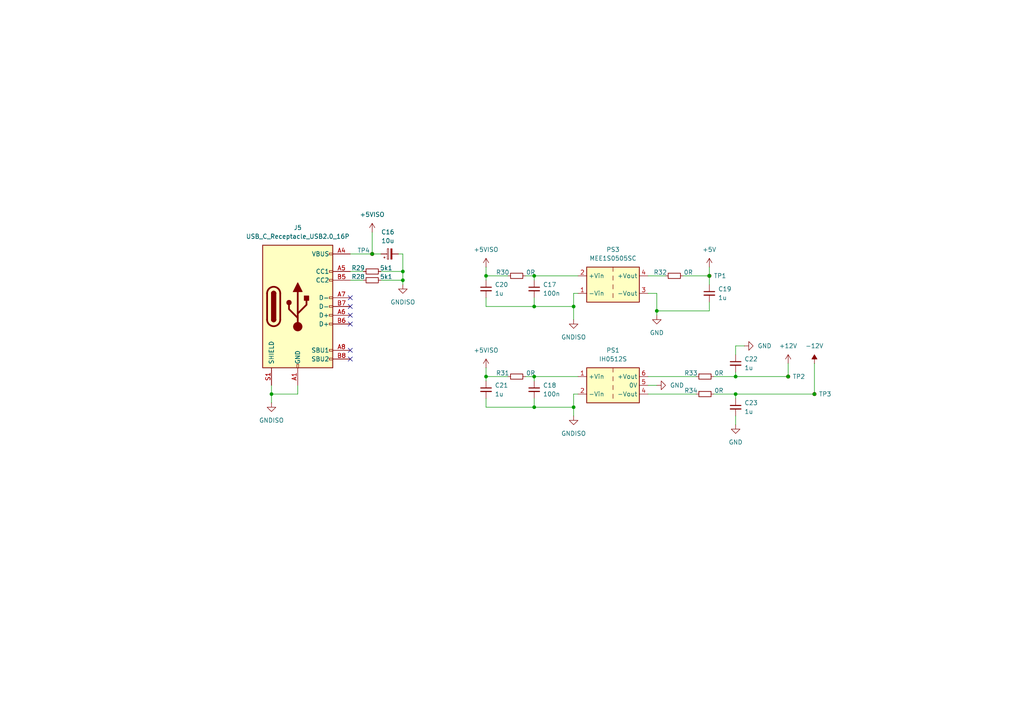
<source format=kicad_sch>
(kicad_sch (version 20231120) (generator "eeschema") (generator_version "8.0")
  (paper "A4")
  (lib_symbols
    (symbol "Connector:TestPoint_Small" (pin_numbers hide) (pin_names (offset 0.762) hide)
      (property "Reference" "TP" (at 0 3.81 0))
      (property "Value" "TestPoint_Small" (at 0 2.032 0))
      (symbol "TestPoint_Small_0_1"
        (circle (center 0 0) (radius 0.508))
      )
      (symbol "TestPoint_Small_1_1"
        (pin passive line (at 0 0 90) (length 0) (name "1") (number "1"))
      )
    )
    (symbol "Connector:USB_C_Receptacle_USB2.0_16P" (pin_names (offset 1.016))
      (property "Reference" "J" (at 0 22.225 0))
      (property "Value" "USB_C_Receptacle_USB2.0_16P" (at 0 19.685 0))
      (symbol "USB_C_Receptacle_USB2.0_16P_0_0"
        (rectangle (start -0.254 -17.78) (end 0.254 -16.764))
        (rectangle (start 10.16 -14.986) (end 9.144 -15.494))
        (rectangle (start 10.16 -12.446) (end 9.144 -12.954))
        (rectangle (start 10.16 -4.826) (end 9.144 -5.334))
        (rectangle (start 10.16 -2.286) (end 9.144 -2.794))
        (rectangle (start 10.16 0.254) (end 9.144 -0.254))
        (rectangle (start 10.16 2.794) (end 9.144 2.286))
        (rectangle (start 10.16 7.874) (end 9.144 7.366))
        (rectangle (start 10.16 10.414) (end 9.144 9.906))
        (rectangle (start 10.16 15.494) (end 9.144 14.986))
      )
      (symbol "USB_C_Receptacle_USB2.0_16P_0_1"
        (rectangle (start -10.16 17.78) (end 10.16 -17.78) (stroke (width 0.254)) (fill (type background)))
        (arc (start -8.89 -3.81) (mid -6.985 -5.7067) (end -5.08 -3.81) (stroke (width 0.508)))
        (arc (start -7.62 -3.81) (mid -6.985 -4.4423) (end -6.35 -3.81) (stroke (width 0.254)))
        (arc (start -7.62 -3.81) (mid -6.985 -4.4423) (end -6.35 -3.81) (stroke (width 0.254)) (fill (type outline)))
        (rectangle (start -7.62 -3.81) (end -6.35 3.81) (stroke (width 0.254)) (fill (type outline)))
        (arc (start -6.35 3.81) (mid -6.985 4.4423) (end -7.62 3.81) (stroke (width 0.254)))
        (arc (start -6.35 3.81) (mid -6.985 4.4423) (end -7.62 3.81) (stroke (width 0.254)) (fill (type outline)))
        (arc (start -5.08 3.81) (mid -6.985 5.7067) (end -8.89 3.81) (stroke (width 0.508)))
        (circle (center -2.54 1.143) (radius 0.635) (stroke (width 0.254)) (fill (type outline)))
        (circle (center 0 -5.842) (radius 1.27) (fill (type outline)))
        (polyline (pts (xy -8.89 -3.81) (xy -8.89 3.81)) (stroke (width 0.508)))
        (polyline (pts (xy -5.08 3.81) (xy -5.08 -3.81)) (stroke (width 0.508)))
        (polyline (pts (xy 0 -5.842) (xy 0 4.318)) (stroke (width 0.508)))
        (polyline (pts (xy 0 -3.302) (xy -2.54 -0.762) (xy -2.54 0.508)) (stroke (width 0.508)))
        (polyline (pts (xy 0 -2.032) (xy 2.54 0.508) (xy 2.54 1.778)) (stroke (width 0.508)))
        (polyline (pts (xy -1.27 4.318) (xy 0 6.858) (xy 1.27 4.318) (xy -1.27 4.318)) (stroke (width 0.254)) (fill (type outline)))
        (rectangle (start 1.905 1.778) (end 3.175 3.048) (stroke (width 0.254)) (fill (type outline)))
      )
      (symbol "USB_C_Receptacle_USB2.0_16P_1_1"
        (pin passive line (at 0 -22.86 90) (length 5.08) (name "GND") (number "A1"))
        (pin passive line (at 0 -22.86 90) (length 5.08) hide (name "GND") (number "A12"))
        (pin passive line (at 15.24 15.24 180) (length 5.08) (name "VBUS") (number "A4"))
        (pin bidirectional line (at 15.24 10.16 180) (length 5.08) (name "CC1") (number "A5"))
        (pin bidirectional line (at 15.24 -2.54 180) (length 5.08) (name "D+") (number "A6"))
        (pin bidirectional line (at 15.24 2.54 180) (length 5.08) (name "D-") (number "A7"))
        (pin bidirectional line (at 15.24 -12.7 180) (length 5.08) (name "SBU1") (number "A8"))
        (pin passive line (at 15.24 15.24 180) (length 5.08) hide (name "VBUS") (number "A9"))
        (pin passive line (at 0 -22.86 90) (length 5.08) hide (name "GND") (number "B1"))
        (pin passive line (at 0 -22.86 90) (length 5.08) hide (name "GND") (number "B12"))
        (pin passive line (at 15.24 15.24 180) (length 5.08) hide (name "VBUS") (number "B4"))
        (pin bidirectional line (at 15.24 7.62 180) (length 5.08) (name "CC2") (number "B5"))
        (pin bidirectional line (at 15.24 -5.08 180) (length 5.08) (name "D+") (number "B6"))
        (pin bidirectional line (at 15.24 0 180) (length 5.08) (name "D-") (number "B7"))
        (pin bidirectional line (at 15.24 -15.24 180) (length 5.08) (name "SBU2") (number "B8"))
        (pin passive line (at 15.24 15.24 180) (length 5.08) hide (name "VBUS") (number "B9"))
        (pin passive line (at -7.62 -22.86 90) (length 5.08) (name "SHIELD") (number "S1"))
      )
    )
    (symbol "Converter_DCDC:IH0512S"
      (property "Reference" "PS" (at -7.62 6.35 0))
      (property "Value" "IH0512S" (at 1.27 6.35 0))
      (symbol "IH0512S_0_0"
        (pin power_in line (at -10.16 2.54 0) (length 2.54) (name "+Vin") (number "1"))
        (pin power_in line (at -10.16 -2.54 0) (length 2.54) (name "-Vin") (number "2"))
        (pin power_out line (at 10.16 -2.54 180) (length 2.54) (name "-Vout") (number "4"))
        (pin power_out line (at 10.16 0 180) (length 2.54) (name "0V") (number "5"))
        (pin power_out line (at 10.16 2.54 180) (length 2.54) (name "+Vout") (number "6"))
      )
      (symbol "IH0512S_0_1"
        (rectangle (start -7.62 5.08) (end 7.62 -5.08) (stroke (width 0.254)) (fill (type background)))
        (polyline (pts (xy 0 -2.54) (xy 0 -3.81)))
        (polyline (pts (xy 0 0) (xy 0 -1.27)))
        (polyline (pts (xy 0 2.54) (xy 0 1.27)))
        (polyline (pts (xy 0 5.08) (xy 0 3.81)))
      )
    )
    (symbol "Converter_DCDC:MEE1S0505SC"
      (property "Reference" "PS" (at -7.62 6.35 0))
      (property "Value" "MEE1S0505SC" (at 1.27 6.35 0))
      (symbol "MEE1S0505SC_0_0"
        (pin power_in line (at -10.16 -2.54 0) (length 2.54) (name "-Vin") (number "1"))
        (pin power_in line (at -10.16 2.54 0) (length 2.54) (name "+Vin") (number "2"))
        (pin power_out line (at 10.16 -2.54 180) (length 2.54) (name "-Vout") (number "3"))
        (pin power_out line (at 10.16 2.54 180) (length 2.54) (name "+Vout") (number "4"))
      )
      (symbol "MEE1S0505SC_0_1"
        (rectangle (start -7.62 5.08) (end 7.62 -5.08) (stroke (width 0.254)) (fill (type background)))
        (polyline (pts (xy 0 -2.54) (xy 0 -3.81)))
        (polyline (pts (xy 0 0) (xy 0 -1.27)))
        (polyline (pts (xy 0 2.54) (xy 0 1.27)))
        (polyline (pts (xy 0 5.08) (xy 0 3.81)))
      )
    )
    (symbol "Device:C_Polarized_Small" (pin_numbers hide) (pin_names (offset 0.254) hide)
      (property "Reference" "C" (at 0.254 1.778 0))
      (property "Value" "C_Polarized_Small" (at 0.254 -2.032 0))
      (symbol "C_Polarized_Small_0_1"
        (rectangle (start -1.524 -0.3048) (end 1.524 -0.6858) (fill (type outline)))
        (rectangle (start -1.524 0.6858) (end 1.524 0.3048))
        (polyline (pts (xy -1.27 1.524) (xy -0.762 1.524)))
        (polyline (pts (xy -1.016 1.27) (xy -1.016 1.778)))
      )
      (symbol "C_Polarized_Small_1_1"
        (pin passive line (at 0 2.54 270) (length 1.8542) (name "~") (number "1"))
        (pin passive line (at 0 -2.54 90) (length 1.8542) (name "~") (number "2"))
      )
    )
    (symbol "Device:C_Small" (pin_numbers hide) (pin_names (offset 0.254) hide)
      (property "Reference" "C" (at 0.254 1.778 0))
      (property "Value" "C_Small" (at 0.254 -2.032 0))
      (symbol "C_Small_0_1"
        (polyline (pts (xy -1.524 -0.508) (xy 1.524 -0.508)) (stroke (width 0.3302)))
        (polyline (pts (xy -1.524 0.508) (xy 1.524 0.508)) (stroke (width 0.3048)))
      )
      (symbol "C_Small_1_1"
        (pin passive line (at 0 2.54 270) (length 2.032) (name "~") (number "1"))
        (pin passive line (at 0 -2.54 90) (length 2.032) (name "~") (number "2"))
      )
    )
    (symbol "Device:R_Small" (pin_numbers hide) (pin_names (offset 0.254) hide)
      (property "Reference" "R" (at 0.762 0.508 0))
      (property "Value" "R_Small" (at 0.762 -1.016 0))
      (symbol "R_Small_0_1"
        (rectangle (start -0.762 1.778) (end 0.762 -1.778) (stroke (width 0.2032)))
      )
      (symbol "R_Small_1_1"
        (pin passive line (at 0 2.54 270) (length 0.762) (name "~") (number "1"))
        (pin passive line (at 0 -2.54 90) (length 0.762) (name "~") (number "2"))
      )
    )
    (symbol "power:+12V" (power) (pin_numbers hide) (pin_names (offset 0) hide)
      (property "Value" "+12V" (at 0 3.556 0))
      (symbol "+12V_0_1"
        (polyline (pts (xy -0.762 1.27) (xy 0 2.54)))
        (polyline (pts (xy 0 0) (xy 0 2.54)))
        (polyline (pts (xy 0 2.54) (xy 0.762 1.27)))
      )
      (symbol "+12V_1_1"
        (pin power_in line (at 0 0 90) (length 0) (name "~") (number "1"))
      )
    )
    (symbol "power:+5V" (power) (pin_numbers hide) (pin_names (offset 0) hide)
      (property "Value" "+5V" (at 0 3.556 0))
      (symbol "+5V_0_1"
        (polyline (pts (xy -0.762 1.27) (xy 0 2.54)))
        (polyline (pts (xy 0 0) (xy 0 2.54)))
        (polyline (pts (xy 0 2.54) (xy 0.762 1.27)))
      )
      (symbol "+5V_1_1"
        (pin power_in line (at 0 0 90) (length 0) (name "~") (number "1"))
      )
    )
    (symbol "power:-12V" (power) (pin_numbers hide) (pin_names (offset 0) hide)
      (property "Value" "-12V" (at 0 3.556 0))
      (symbol "-12V_0_0"
        (pin power_in line (at 0 0 90) (length 0) (name "~") (number "1"))
      )
      (symbol "-12V_0_1"
        (polyline (pts (xy 0 0) (xy 0 1.27) (xy 0.762 1.27) (xy 0 2.54) (xy -0.762 1.27) (xy 0 1.27)) (fill (type outline)))
      )
    )
    (symbol "power:GND" (power) (pin_numbers hide) (pin_names (offset 0) hide)
      (property "Value" "GND" (at 0 -3.81 0))
      (symbol "GND_0_1"
        (polyline (pts (xy 0 0) (xy 0 -1.27) (xy 1.27 -1.27) (xy 0 -2.54) (xy -1.27 -1.27) (xy 0 -1.27)))
      )
      (symbol "GND_1_1"
        (pin power_in line (at 0 0 270) (length 0) (name "~") (number "1"))
      )
    )
  )
  (junction (at 154.94 118.11))
  (junction (at 213.36 114.3))
  (junction (at 140.97 109.22))
  (junction (at 154.94 88.9))
  (junction (at 228.6 109.22))
  (junction (at 140.97 80.01))
  (junction (at 107.95 73.66))
  (junction (at 116.84 81.28))
  (junction (at 213.36 109.22))
  (junction (at 166.37 88.9))
  (junction (at 78.74 114.3))
  (junction (at 236.22 114.3))
  (junction (at 154.94 109.22))
  (junction (at 116.84 78.74))
  (junction (at 205.74 80.01))
  (junction (at 166.37 118.11))
  (junction (at 154.94 80.01))
  (junction (at 190.5 90.17))
  (no_connect (at 101.6 104.14))
  (no_connect (at 101.6 93.98))
  (no_connect (at 101.6 86.36))
  (no_connect (at 101.6 101.6))
  (no_connect (at 101.6 91.44))
  (no_connect (at 101.6 88.9))
  (wire (pts (xy 207.01 114.3) (xy 213.36 114.3)))
  (wire (pts (xy 190.5 85.09) (xy 190.5 90.17)))
  (wire (pts (xy 140.97 109.22) (xy 147.32 109.22)))
  (wire (pts (xy 167.64 80.01) (xy 154.94 80.01)))
  (wire (pts (xy 205.74 90.17) (xy 190.5 90.17)))
  (wire (pts (xy 154.94 109.22) (xy 167.64 109.22)))
  (wire (pts (xy 140.97 115.57) (xy 140.97 118.11)))
  (wire (pts (xy 236.22 105.41) (xy 236.22 114.3)))
  (wire (pts (xy 154.94 118.11) (xy 166.37 118.11)))
  (wire (pts (xy 213.36 109.22) (xy 213.36 107.95)))
  (wire (pts (xy 78.74 114.3) (xy 78.74 116.84)))
  (wire (pts (xy 236.22 114.3) (xy 213.36 114.3)))
  (wire (pts (xy 78.74 111.76) (xy 78.74 114.3)))
  (wire (pts (xy 152.4 80.01) (xy 154.94 80.01)))
  (wire (pts (xy 107.95 73.66) (xy 107.95 67.31)))
  (wire (pts (xy 154.94 88.9) (xy 166.37 88.9)))
  (wire (pts (xy 228.6 109.22) (xy 213.36 109.22)))
  (wire (pts (xy 86.36 114.3) (xy 78.74 114.3)))
  (wire (pts (xy 101.6 73.66) (xy 107.95 73.66)))
  (wire (pts (xy 86.36 111.76) (xy 86.36 114.3)))
  (wire (pts (xy 215.9 100.33) (xy 213.36 100.33)))
  (wire (pts (xy 140.97 86.36) (xy 140.97 88.9)))
  (wire (pts (xy 107.95 73.66) (xy 110.49 73.66)))
  (wire (pts (xy 213.36 120.65) (xy 213.36 123.19)))
  (wire (pts (xy 187.96 114.3) (xy 201.93 114.3)))
  (wire (pts (xy 140.97 77.47) (xy 140.97 80.01)))
  (wire (pts (xy 140.97 80.01) (xy 147.32 80.01)))
  (wire (pts (xy 140.97 118.11) (xy 154.94 118.11)))
  (wire (pts (xy 140.97 109.22) (xy 140.97 110.49)))
  (wire (pts (xy 101.6 78.74) (xy 105.41 78.74)))
  (wire (pts (xy 166.37 114.3) (xy 166.37 118.11)))
  (wire (pts (xy 166.37 85.09) (xy 166.37 88.9)))
  (wire (pts (xy 140.97 106.68) (xy 140.97 109.22)))
  (wire (pts (xy 166.37 88.9) (xy 166.37 92.71)))
  (wire (pts (xy 152.4 109.22) (xy 154.94 109.22)))
  (wire (pts (xy 115.57 73.66) (xy 116.84 73.66)))
  (wire (pts (xy 213.36 114.3) (xy 213.36 115.57)))
  (wire (pts (xy 205.74 87.63) (xy 205.74 90.17)))
  (wire (pts (xy 116.84 81.28) (xy 116.84 82.55)))
  (wire (pts (xy 140.97 88.9) (xy 154.94 88.9)))
  (wire (pts (xy 205.74 77.47) (xy 205.74 80.01)))
  (wire (pts (xy 198.12 80.01) (xy 205.74 80.01)))
  (wire (pts (xy 167.64 85.09) (xy 166.37 85.09)))
  (wire (pts (xy 187.96 111.76) (xy 190.5 111.76)))
  (wire (pts (xy 228.6 105.41) (xy 228.6 109.22)))
  (wire (pts (xy 154.94 86.36) (xy 154.94 88.9)))
  (wire (pts (xy 116.84 73.66) (xy 116.84 78.74)))
  (wire (pts (xy 166.37 118.11) (xy 166.37 120.65)))
  (wire (pts (xy 154.94 115.57) (xy 154.94 118.11)))
  (wire (pts (xy 167.64 114.3) (xy 166.37 114.3)))
  (wire (pts (xy 116.84 78.74) (xy 116.84 81.28)))
  (wire (pts (xy 207.01 109.22) (xy 213.36 109.22)))
  (wire (pts (xy 187.96 85.09) (xy 190.5 85.09)))
  (wire (pts (xy 187.96 80.01) (xy 193.04 80.01)))
  (wire (pts (xy 110.49 81.28) (xy 116.84 81.28)))
  (wire (pts (xy 101.6 81.28) (xy 105.41 81.28)))
  (wire (pts (xy 190.5 90.17) (xy 190.5 91.44)))
  (wire (pts (xy 213.36 100.33) (xy 213.36 102.87)))
  (wire (pts (xy 205.74 80.01) (xy 205.74 82.55)))
  (wire (pts (xy 140.97 80.01) (xy 140.97 81.28)))
  (wire (pts (xy 154.94 80.01) (xy 154.94 81.28)))
  (wire (pts (xy 187.96 109.22) (xy 201.93 109.22)))
  (wire (pts (xy 154.94 110.49) (xy 154.94 109.22)))
  (wire (pts (xy 110.49 78.74) (xy 116.84 78.74)))
  (symbol (lib_id "Device:R_Small") (at 149.86 109.22 90) (unit 1)
    (property "Reference" "R31" (at 145.796 108.204 90))
    (property "Value" "0R" (at 153.924 108.204 90))
    (property "Footprint" "Resistor_SMD:R_0603_1608Metric_Pad0.98x0.95mm_HandSolder" (effects (hide yes)))
    (property "Description" "Resistor, small symbol" (effects (hide yes)))
  )
  (symbol (lib_id "Converter_DCDC:MEE1S0505SC") (at 177.8 82.55 0) (unit 1)
    (property "Reference" "PS3" (at 177.8 72.39 0))
    (property "Value" "MEE1S0505SC" (at 177.8 74.93 0))
    (property "Footprint" "Converter_DCDC:Converter_DCDC_Murata_MEE1SxxxxSC_THT" (effects (hide yes)))
    (property "Datasheet" "https://power.murata.com/pub/data/power/ncl/kdc_mee1.pdf" (effects (hide yes)))
    (property "Description" "1W, 1000 VDC isolated DC/DC converter, 5V input, 5V output, SIP" (effects (hide yes)))
  )
  (symbol (lib_id "Connector:TestPoint_Small") (at 107.95 73.66 0) (unit 1)
    (property "Reference" "TP4" (at 103.632 72.644 0) (effects (justify left)))
    (property "Value" "TestPoint_Small" (effects (hide yes)))
    (property "Footprint" "TestPoint:TestPoint_Pad_D1.5mm" (effects (hide yes)))
    (property "Description" "test point" (effects (hide yes)))
  )
  (symbol (lib_id "power:+12V") (at 228.6 105.41 0) (unit 1)
    (property "Reference" "#PWR039" (effects (hide yes)))
    (property "Value" "+12V" (at 228.6 100.33 0))
    (property "Description" "Power symbol creates a global label with name \"+12V\"" (effects (hide yes)))
  )
  (symbol (lib_id "power:+5V") (at 107.95 67.31 0) (unit 1)
    (property "Reference" "#PWR031" (effects (hide yes)))
    (property "Value" "+5VISO" (at 107.95 62.23 0))
    (property "Description" "Power symbol creates a global label with name \"+5V\"" (effects (hide yes)))
  )
  (symbol (lib_id "power:GND") (at 166.37 92.71 0) (unit 1)
    (property "Reference" "#PWR032" (effects (hide yes)))
    (property "Value" "GNDISO" (at 166.37 97.79 0))
    (property "Description" "Power symbol creates a global label with name \"GND\" , ground" (effects (hide yes)))
  )
  (symbol (lib_id "Device:C_Small") (at 205.74 85.09 0) (unit 1)
    (property "Reference" "C19" (at 208.28 83.8262 0) (effects (justify left)))
    (property "Value" "1u" (at 208.28 86.3662 0) (effects (justify left)))
    (property "Footprint" "Capacitor_SMD:C_0603_1608Metric_Pad1.08x0.95mm_HandSolder" (effects (hide yes)))
    (property "Description" "Unpolarized capacitor, small symbol" (effects (hide yes)))
  )
  (symbol (lib_id "Device:R_Small") (at 204.47 109.22 90) (unit 1)
    (property "Reference" "R33" (at 200.406 108.204 90))
    (property "Value" "0R" (at 208.534 108.204 90))
    (property "Footprint" "Resistor_SMD:R_0603_1608Metric_Pad0.98x0.95mm_HandSolder" (effects (hide yes)))
    (property "Description" "Resistor, small symbol" (effects (hide yes)))
  )
  (symbol (lib_id "power:GND") (at 78.74 116.84 0) (unit 1)
    (property "Reference" "#PWR029" (effects (hide yes)))
    (property "Value" "GNDISO" (at 78.74 121.92 0))
    (property "Description" "Power symbol creates a global label with name \"GND\" , ground" (effects (hide yes)))
  )
  (symbol (lib_id "Device:R_Small") (at 204.47 114.3 90) (unit 1)
    (property "Reference" "R34" (at 200.406 113.284 90))
    (property "Value" "0R" (at 208.534 113.284 90))
    (property "Footprint" "Resistor_SMD:R_0603_1608Metric_Pad0.98x0.95mm_HandSolder" (effects (hide yes)))
    (property "Description" "Resistor, small symbol" (effects (hide yes)))
  )
  (symbol (lib_id "Connector:TestPoint_Small") (at 236.22 114.3 0) (unit 1)
    (property "Reference" "TP3" (at 237.49 114.2999 0) (effects (justify left)))
    (property "Value" "TestPoint_Small" (effects (hide yes)))
    (property "Footprint" "TestPoint:TestPoint_Pad_D1.5mm" (effects (hide yes)))
    (property "Description" "test point" (effects (hide yes)))
  )
  (symbol (lib_id "Device:R_Small") (at 107.95 81.28 90) (unit 1)
    (property "Reference" "R28" (at 103.886 80.264 90))
    (property "Value" "5k1" (at 112.014 80.264 90))
    (property "Footprint" "Resistor_SMD:R_0603_1608Metric_Pad0.98x0.95mm_HandSolder" (effects (hide yes)))
    (property "Description" "Resistor, small symbol" (effects (hide yes)))
  )
  (symbol (lib_id "Device:C_Small") (at 213.36 118.11 0) (unit 1)
    (property "Reference" "C23" (at 215.9 116.8462 0) (effects (justify left)))
    (property "Value" "1u" (at 215.9 119.3862 0) (effects (justify left)))
    (property "Footprint" "Capacitor_SMD:C_0603_1608Metric_Pad1.08x0.95mm_HandSolder" (effects (hide yes)))
    (property "Description" "Unpolarized capacitor, small symbol" (effects (hide yes)))
  )
  (symbol (lib_id "power:GND") (at 166.37 120.65 0) (unit 1)
    (property "Reference" "#PWR033" (effects (hide yes)))
    (property "Value" "GNDISO" (at 166.37 125.73 0))
    (property "Description" "Power symbol creates a global label with name \"GND\" , ground" (effects (hide yes)))
  )
  (symbol (lib_id "Connector:TestPoint_Small") (at 228.6 109.22 0) (unit 1)
    (property "Reference" "TP2" (at 229.87 109.2199 0) (effects (justify left)))
    (property "Value" "TestPoint_Small" (effects (hide yes)))
    (property "Footprint" "TestPoint:TestPoint_Pad_D1.5mm" (effects (hide yes)))
    (property "Description" "test point" (effects (hide yes)))
  )
  (symbol (lib_id "power:GND") (at 215.9 100.33 90) (unit 1)
    (property "Reference" "#PWR037" (effects (hide yes)))
    (property "Value" "GND" (at 219.71 100.3299 90) (effects (justify right)))
    (property "Description" "Power symbol creates a global label with name \"GND\" , ground" (effects (hide yes)))
  )
  (symbol (lib_id "Connector:TestPoint_Small") (at 205.74 80.01 0) (unit 1)
    (property "Reference" "TP1" (at 207.01 80.0099 0) (effects (justify left)))
    (property "Value" "TestPoint_Small" (effects (hide yes)))
    (property "Footprint" "TestPoint:TestPoint_Pad_D1.5mm" (effects (hide yes)))
    (property "Description" "test point" (effects (hide yes)))
  )
  (symbol (lib_id "Device:C_Small") (at 213.36 105.41 0) (unit 1)
    (property "Reference" "C22" (at 215.9 104.1462 0) (effects (justify left)))
    (property "Value" "1u" (at 215.9 106.6862 0) (effects (justify left)))
    (property "Footprint" "Capacitor_SMD:C_0603_1608Metric_Pad1.08x0.95mm_HandSolder" (effects (hide yes)))
    (property "Description" "Unpolarized capacitor, small symbol" (effects (hide yes)))
  )
  (symbol (lib_id "Device:C_Small") (at 140.97 83.82 0) (unit 1)
    (property "Reference" "C20" (at 143.51 82.5562 0) (effects (justify left)))
    (property "Value" "1u" (at 143.51 85.0962 0) (effects (justify left)))
    (property "Footprint" "Capacitor_SMD:C_0603_1608Metric_Pad1.08x0.95mm_HandSolder" (effects (hide yes)))
    (property "Description" "Unpolarized capacitor, small symbol" (effects (hide yes)))
  )
  (symbol (lib_id "power:+5V") (at 140.97 77.47 0) (unit 1)
    (property "Reference" "#PWR034" (effects (hide yes)))
    (property "Value" "+5VISO" (at 140.97 72.39 0))
    (property "Description" "Power symbol creates a global label with name \"+5V\"" (effects (hide yes)))
  )
  (symbol (lib_id "power:GND") (at 213.36 123.19 0) (unit 1)
    (property "Reference" "#PWR036" (effects (hide yes)))
    (property "Value" "GND" (at 213.36 128.27 0))
    (property "Description" "Power symbol creates a global label with name \"GND\" , ground" (effects (hide yes)))
  )
  (symbol (lib_id "power:+5V") (at 205.74 77.47 0) (unit 1)
    (property "Reference" "#PWR038" (effects (hide yes)))
    (property "Value" "+5V" (at 205.74 72.39 0))
    (property "Description" "Power symbol creates a global label with name \"+5V\"" (effects (hide yes)))
  )
  (symbol (lib_id "power:GND") (at 190.5 111.76 90) (unit 1)
    (property "Reference" "#PWR027" (effects (hide yes)))
    (property "Value" "GND" (at 194.31 111.7599 90) (effects (justify right)))
    (property "Description" "Power symbol creates a global label with name \"GND\" , ground" (effects (hide yes)))
  )
  (symbol (lib_id "Connector:USB_C_Receptacle_USB2.0_16P") (at 86.36 88.9 0) (unit 1)
    (property "Reference" "J5" (at 86.36 66.04 0))
    (property "Value" "USB_C_Receptacle_USB2.0_16P" (at 86.36 68.58 0))
    (property "Footprint" "Connector_USB:USB_C_Receptacle_GCT_USB4110" (effects (hide yes)))
    (property "Datasheet" "https://www.usb.org/sites/default/files/documents/usb_type-c.zip" (effects (hide yes)))
    (property "Description" "USB 2.0-only 16P Type-C Receptacle connector" (effects (hide yes)))
  )
  (symbol (lib_id "power:-12V") (at 236.22 105.41 0) (unit 1)
    (property "Reference" "#PWR040" (effects (hide yes)))
    (property "Value" "-12V" (at 236.22 100.33 0))
    (property "Description" "Power symbol creates a global label with name \"-12V\"" (effects (hide yes)))
  )
  (symbol (lib_id "Device:C_Polarized_Small") (at 113.03 73.66 90) (unit 1)
    (property "Reference" "C16" (at 112.4839 67.31 90))
    (property "Value" "10u" (at 112.4839 69.85 90))
    (property "Footprint" "Capacitor_Tantalum_SMD:CP_EIA-3216-18_Kemet-A" (effects (hide yes)))
    (property "Description" "Polarized capacitor, small symbol" (effects (hide yes)))
  )
  (symbol (lib_id "power:GND") (at 116.84 82.55 0) (unit 1)
    (property "Reference" "#PWR030" (effects (hide yes)))
    (property "Value" "GNDISO" (at 116.84 87.63 0))
    (property "Description" "Power symbol creates a global label with name \"GND\" , ground" (effects (hide yes)))
  )
  (symbol (lib_id "Converter_DCDC:IH0512S") (at 177.8 111.76 0) (unit 1)
    (property "Reference" "PS1" (at 177.8 101.6 0))
    (property "Value" "IH0512S" (at 177.8 104.14 0))
    (property "Footprint" "Converter_DCDC:Converter_DCDC_XP_POWER-IHxxxxS_THT" (effects (hide yes)))
    (property "Datasheet" "https://www.xppower.com/pdfs/SF_IH.pdf" (effects (hide yes)))
    (property "Description" "XP Power 2W, 1000 VDC Isolated DC/DC Converter Module, Dual Output Voltage ±12V, ±84mA, 5V Input Voltage, SIP" (effects (hide yes)))
  )
  (symbol (lib_id "Device:R_Small") (at 107.95 78.74 90) (unit 1)
    (property "Reference" "R29" (at 103.886 77.724 90))
    (property "Value" "5k1" (at 112.014 77.724 90))
    (property "Footprint" "Resistor_SMD:R_0603_1608Metric_Pad0.98x0.95mm_HandSolder" (effects (hide yes)))
    (property "Description" "Resistor, small symbol" (effects (hide yes)))
  )
  (symbol (lib_id "Device:R_Small") (at 195.58 80.01 90) (unit 1)
    (property "Reference" "R32" (at 191.516 78.994 90))
    (property "Value" "0R" (at 199.644 78.994 90))
    (property "Footprint" "Resistor_SMD:R_0603_1608Metric_Pad0.98x0.95mm_HandSolder" (effects (hide yes)))
    (property "Description" "Resistor, small symbol" (effects (hide yes)))
  )
  (symbol (lib_id "power:+5V") (at 140.97 106.68 0) (unit 1)
    (property "Reference" "#PWR035" (effects (hide yes)))
    (property "Value" "+5VISO" (at 140.97 101.6 0))
    (property "Description" "Power symbol creates a global label with name \"+5V\"" (effects (hide yes)))
  )
  (symbol (lib_id "Device:R_Small") (at 149.86 80.01 90) (unit 1)
    (property "Reference" "R30" (at 145.796 78.994 90))
    (property "Value" "0R" (at 153.924 78.994 90))
    (property "Footprint" "Resistor_SMD:R_0603_1608Metric_Pad0.98x0.95mm_HandSolder" (effects (hide yes)))
    (property "Description" "Resistor, small symbol" (effects (hide yes)))
  )
  (symbol (lib_id "power:GND") (at 190.5 91.44 0) (unit 1)
    (property "Reference" "#PWR028" (effects (hide yes)))
    (property "Value" "GND" (at 190.5 96.52 0))
    (property "Description" "Power symbol creates a global label with name \"GND\" , ground" (effects (hide yes)))
  )
  (symbol (lib_id "Device:C_Small") (at 154.94 83.82 0) (unit 1)
    (property "Reference" "C17" (at 157.48 82.5562 0) (effects (justify left)))
    (property "Value" "100n" (at 157.48 85.0962 0) (effects (justify left)))
    (property "Footprint" "Capacitor_SMD:C_0603_1608Metric_Pad1.08x0.95mm_HandSolder" (effects (hide yes)))
    (property "Description" "Unpolarized capacitor, small symbol" (effects (hide yes)))
  )
  (symbol (lib_id "Device:C_Small") (at 140.97 113.03 0) (unit 1)
    (property "Reference" "C21" (at 143.51 111.7662 0) (effects (justify left)))
    (property "Value" "1u" (at 143.51 114.3062 0) (effects (justify left)))
    (property "Footprint" "Capacitor_SMD:C_0603_1608Metric_Pad1.08x0.95mm_HandSolder" (effects (hide yes)))
    (property "Description" "Unpolarized capacitor, small symbol" (effects (hide yes)))
  )
  (symbol (lib_id "Device:C_Small") (at 154.94 113.03 0) (unit 1)
    (property "Reference" "C18" (at 157.48 111.7662 0) (effects (justify left)))
    (property "Value" "100n" (at 157.48 114.3062 0) (effects (justify left)))
    (property "Footprint" "Capacitor_SMD:C_0603_1608Metric_Pad1.08x0.95mm_HandSolder" (effects (hide yes)))
    (property "Description" "Unpolarized capacitor, small symbol" (effects (hide yes)))
  )
)
</source>
